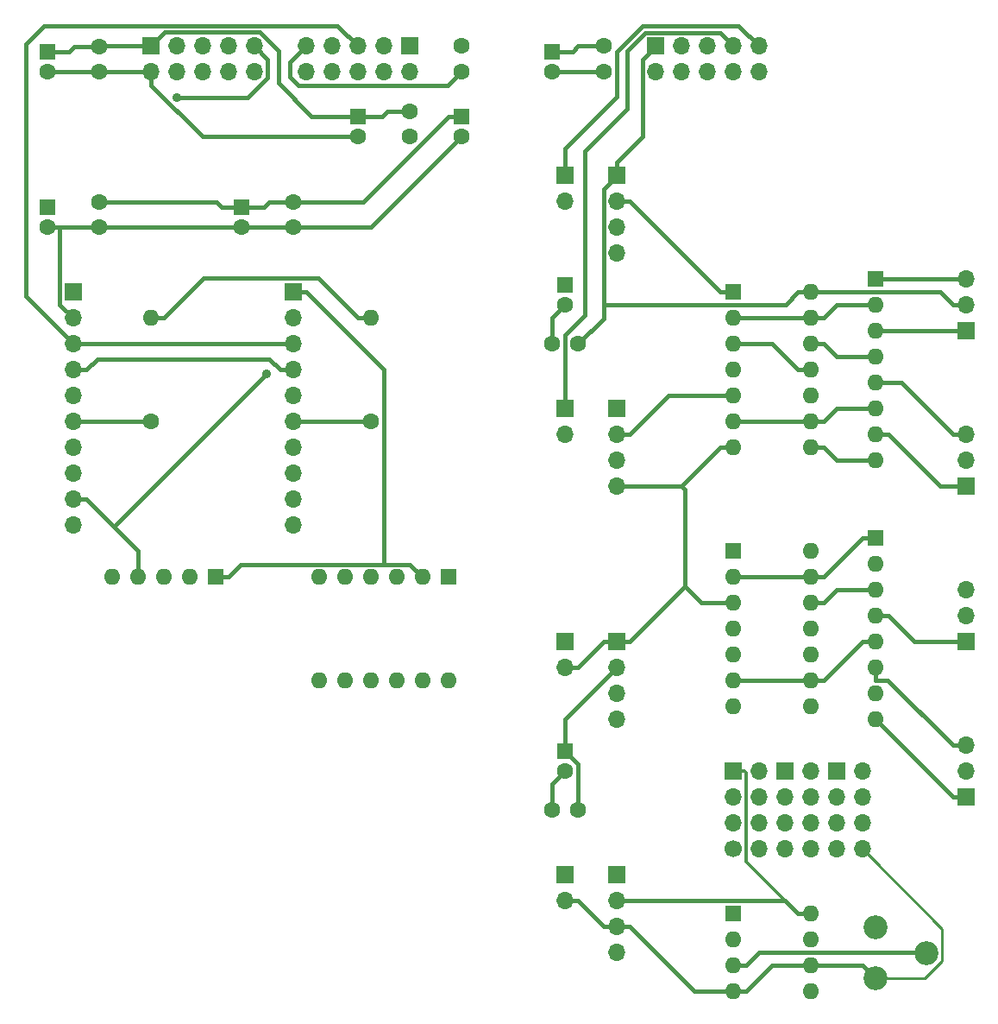
<source format=gbl>
G04 #@! TF.FileFunction,Copper,L2,Bot,Signal*
%FSLAX46Y46*%
G04 Gerber Fmt 4.6, Leading zero omitted, Abs format (unit mm)*
G04 Created by KiCad (PCBNEW 4.0.7) date 11/14/17 22:07:01*
%MOMM*%
%LPD*%
G01*
G04 APERTURE LIST*
%ADD10C,0.100000*%
%ADD11R,1.700000X1.700000*%
%ADD12O,1.700000X1.700000*%
%ADD13R,1.600000X1.600000*%
%ADD14C,1.600000*%
%ADD15O,1.600000X1.600000*%
%ADD16C,2.340000*%
%ADD17C,1.700000*%
%ADD18C,0.889000*%
%ADD19C,0.254000*%
%ADD20C,0.381000*%
%ADD21C,0.304800*%
G04 APERTURE END LIST*
D10*
D11*
X219710000Y-53340000D03*
D12*
X219710000Y-55880000D03*
X222250000Y-53340000D03*
X222250000Y-55880000D03*
X224790000Y-53340000D03*
X224790000Y-55880000D03*
X227330000Y-53340000D03*
X227330000Y-55880000D03*
X229870000Y-53340000D03*
X229870000Y-55880000D03*
D13*
X190500000Y-60230000D03*
D14*
X190500000Y-62230000D03*
D13*
X200660000Y-60230000D03*
D14*
X200660000Y-62230000D03*
X195580000Y-62230000D03*
X195580000Y-59730000D03*
X200660000Y-55840000D03*
X200660000Y-53340000D03*
D13*
X160020000Y-53880000D03*
D14*
X160020000Y-55880000D03*
X165100000Y-55880000D03*
X165100000Y-53380000D03*
D13*
X179070000Y-69120000D03*
D14*
X179070000Y-71120000D03*
X184150000Y-71120000D03*
X184150000Y-68620000D03*
D13*
X210820000Y-122460000D03*
D14*
X210820000Y-124460000D03*
X209590000Y-128270000D03*
X212090000Y-128270000D03*
D13*
X210820000Y-76740000D03*
D14*
X210820000Y-78740000D03*
X209590000Y-82550000D03*
X212090000Y-82550000D03*
D13*
X209550000Y-53880000D03*
D14*
X209550000Y-55880000D03*
X214630000Y-55840000D03*
X214630000Y-53340000D03*
D13*
X160020000Y-69120000D03*
D14*
X160020000Y-71120000D03*
X165100000Y-71120000D03*
X165100000Y-68620000D03*
D11*
X195580000Y-53340000D03*
D12*
X195580000Y-55880000D03*
X193040000Y-53340000D03*
X193040000Y-55880000D03*
X190500000Y-53340000D03*
X190500000Y-55880000D03*
X187960000Y-53340000D03*
X187960000Y-55880000D03*
X185420000Y-53340000D03*
X185420000Y-55880000D03*
D11*
X210820000Y-66040000D03*
D12*
X210820000Y-68580000D03*
D11*
X210820000Y-88900000D03*
D12*
X210820000Y-91440000D03*
D11*
X210820000Y-134620000D03*
D12*
X210820000Y-137160000D03*
D11*
X210820000Y-111760000D03*
D12*
X210820000Y-114300000D03*
D14*
X170180000Y-90170000D03*
D15*
X170180000Y-80010000D03*
D14*
X191770000Y-90170000D03*
D15*
X191770000Y-80010000D03*
D13*
X176530000Y-105410000D03*
D15*
X173990000Y-105410000D03*
X171450000Y-105410000D03*
X168910000Y-105410000D03*
X166370000Y-105410000D03*
D16*
X241300000Y-144780000D03*
X246300000Y-142280000D03*
X241300000Y-139780000D03*
D11*
X215900000Y-66040000D03*
D12*
X215900000Y-68580000D03*
X215900000Y-71120000D03*
X215900000Y-73660000D03*
D11*
X215900000Y-88900000D03*
D12*
X215900000Y-91440000D03*
X215900000Y-93980000D03*
X215900000Y-96520000D03*
D11*
X215900000Y-134620000D03*
D12*
X215900000Y-137160000D03*
X215900000Y-139700000D03*
X215900000Y-142240000D03*
D11*
X215900000Y-111760000D03*
D12*
X215900000Y-114300000D03*
X215900000Y-116840000D03*
X215900000Y-119380000D03*
D13*
X227330000Y-77470000D03*
D15*
X234950000Y-92710000D03*
X227330000Y-80010000D03*
X234950000Y-90170000D03*
X227330000Y-82550000D03*
X234950000Y-87630000D03*
X227330000Y-85090000D03*
X234950000Y-85090000D03*
X227330000Y-87630000D03*
X234950000Y-82550000D03*
X227330000Y-90170000D03*
X234950000Y-80010000D03*
X227330000Y-92710000D03*
X234950000Y-77470000D03*
D13*
X227330000Y-102870000D03*
D15*
X234950000Y-118110000D03*
X227330000Y-105410000D03*
X234950000Y-115570000D03*
X227330000Y-107950000D03*
X234950000Y-113030000D03*
X227330000Y-110490000D03*
X234950000Y-110490000D03*
X227330000Y-113030000D03*
X234950000Y-107950000D03*
X227330000Y-115570000D03*
X234950000Y-105410000D03*
X227330000Y-118110000D03*
X234950000Y-102870000D03*
D11*
X250190000Y-96520000D03*
D12*
X250190000Y-93980000D03*
X250190000Y-91440000D03*
D11*
X250190000Y-111760000D03*
D12*
X250190000Y-109220000D03*
X250190000Y-106680000D03*
D11*
X250190000Y-127000000D03*
D12*
X250190000Y-124460000D03*
X250190000Y-121920000D03*
D13*
X227330000Y-138430000D03*
D15*
X234950000Y-146050000D03*
X227330000Y-140970000D03*
X234950000Y-143510000D03*
X227330000Y-143510000D03*
X234950000Y-140970000D03*
X227330000Y-146050000D03*
X234950000Y-138430000D03*
D11*
X162560000Y-77470000D03*
D12*
X162560000Y-80010000D03*
X162560000Y-82550000D03*
X162560000Y-85090000D03*
X162560000Y-87630000D03*
X162560000Y-90170000D03*
X162560000Y-92710000D03*
X162560000Y-95250000D03*
X162560000Y-97790000D03*
X162560000Y-100330000D03*
D11*
X184150000Y-77470000D03*
D12*
X184150000Y-80010000D03*
X184150000Y-82550000D03*
X184150000Y-85090000D03*
X184150000Y-87630000D03*
X184150000Y-90170000D03*
X184150000Y-92710000D03*
X184150000Y-95250000D03*
X184150000Y-97790000D03*
X184150000Y-100330000D03*
D13*
X199390000Y-105410000D03*
D15*
X186690000Y-115570000D03*
X196850000Y-105410000D03*
X189230000Y-115570000D03*
X194310000Y-105410000D03*
X191770000Y-115570000D03*
X191770000Y-105410000D03*
X194310000Y-115570000D03*
X189230000Y-105410000D03*
X196850000Y-115570000D03*
X186690000Y-105410000D03*
X199390000Y-115570000D03*
D11*
X170180000Y-53340000D03*
D12*
X170180000Y-55880000D03*
X172720000Y-53340000D03*
X172720000Y-55880000D03*
X175260000Y-53340000D03*
X175260000Y-55880000D03*
X177800000Y-53340000D03*
X177800000Y-55880000D03*
X180340000Y-53340000D03*
X180340000Y-55880000D03*
D13*
X241300000Y-76200000D03*
D15*
X241300000Y-78740000D03*
X241300000Y-81280000D03*
X241300000Y-83820000D03*
X241300000Y-86360000D03*
X241300000Y-88900000D03*
X241300000Y-91440000D03*
X241300000Y-93980000D03*
D13*
X241300000Y-101600000D03*
D15*
X241300000Y-104140000D03*
X241300000Y-106680000D03*
X241300000Y-109220000D03*
X241300000Y-111760000D03*
X241300000Y-114300000D03*
X241300000Y-116840000D03*
X241300000Y-119380000D03*
D11*
X250190000Y-81280000D03*
D12*
X250190000Y-78740000D03*
X250190000Y-76200000D03*
D11*
X227330000Y-124460000D03*
D12*
X229870000Y-124460000D03*
X227330000Y-127000000D03*
X229870000Y-127000000D03*
X227330000Y-129540000D03*
X229870000Y-129540000D03*
D17*
X227330000Y-132080000D03*
D12*
X229870000Y-132080000D03*
D11*
X232410000Y-124460000D03*
D12*
X234950000Y-124460000D03*
X232410000Y-127000000D03*
X234950000Y-127000000D03*
X232410000Y-129540000D03*
X234950000Y-129540000D03*
X232410000Y-132080000D03*
X234950000Y-132080000D03*
D11*
X237490000Y-124460000D03*
D12*
X240030000Y-124460000D03*
X237490000Y-127000000D03*
X240030000Y-127000000D03*
X237490000Y-129540000D03*
X240030000Y-129540000D03*
X237490000Y-132080000D03*
X240030000Y-132080000D03*
D18*
X181537000Y-85473500D03*
X172703500Y-58424700D03*
D19*
X241300000Y-144780000D02*
X246095482Y-144780000D01*
X246095482Y-144780000D02*
X247851001Y-143024481D01*
X247851001Y-143024481D02*
X247851001Y-139901001D01*
X247851001Y-139901001D02*
X240879999Y-132929999D01*
X240879999Y-132929999D02*
X240030000Y-132080000D01*
D20*
X231165200Y-82550000D02*
X227330000Y-82550000D01*
X233705200Y-85090000D02*
X231165200Y-82550000D01*
X234950000Y-85090000D02*
X233705200Y-85090000D01*
X212114800Y-114250400D02*
X212114800Y-114300000D01*
X214605200Y-111760000D02*
X212114800Y-114250400D01*
X210820000Y-114300000D02*
X212114800Y-114300000D01*
X214605200Y-139650400D02*
X212114800Y-137160000D01*
X214605200Y-139700000D02*
X214605200Y-139650400D01*
X210820000Y-137160000D02*
X212114800Y-137160000D01*
X215900000Y-139700000D02*
X214605200Y-139700000D01*
X215900000Y-139700000D02*
X217194800Y-139700000D01*
X209590000Y-79970000D02*
X210820000Y-78740000D01*
X209590000Y-82550000D02*
X209590000Y-79970000D01*
X209590000Y-125690000D02*
X210820000Y-124460000D01*
X209590000Y-128270000D02*
X209590000Y-125690000D01*
X209590000Y-55840000D02*
X209550000Y-55880000D01*
X214630000Y-55840000D02*
X209590000Y-55840000D01*
X196103300Y-62230000D02*
X195580000Y-62230000D01*
X170180000Y-55880000D02*
X165100000Y-55880000D01*
X165100000Y-55880000D02*
X160020000Y-55880000D01*
X175235200Y-62230000D02*
X170180000Y-57174800D01*
X190500000Y-62230000D02*
X175235200Y-62230000D01*
X170180000Y-55880000D02*
X170180000Y-57174800D01*
X223544800Y-146050000D02*
X227330000Y-146050000D01*
X217194800Y-139700000D02*
X223544800Y-146050000D01*
X227330000Y-146050000D02*
X228574800Y-146050000D01*
X231114800Y-143510000D02*
X234950000Y-143510000D01*
X228574800Y-146050000D02*
X231114800Y-143510000D01*
X240030000Y-143510000D02*
X241300000Y-144780000D01*
X234950000Y-143510000D02*
X240030000Y-143510000D01*
X215320900Y-111760000D02*
X214605200Y-111760000D01*
X215320900Y-111760000D02*
X215900000Y-111760000D01*
X227330000Y-107950000D02*
X226244100Y-107950000D01*
X215900000Y-111760000D02*
X217194800Y-111760000D01*
X227330000Y-92710000D02*
X226085200Y-92710000D01*
X215900000Y-96520000D02*
X222275200Y-96520000D01*
X222275200Y-96520000D02*
X226085200Y-92710000D01*
X222598600Y-96843400D02*
X222275200Y-96520000D01*
X222598600Y-106356200D02*
X222598600Y-96843400D01*
X224192400Y-107950000D02*
X222598600Y-106356200D01*
X226244100Y-107950000D02*
X224192400Y-107950000D01*
X222598600Y-106356200D02*
X217194800Y-111760000D01*
X165100000Y-53380000D02*
X162670952Y-53380000D01*
X162670952Y-53380000D02*
X162170952Y-53880000D01*
X162170952Y-53880000D02*
X160020000Y-53880000D01*
X214630000Y-53340000D02*
X212105204Y-53340000D01*
X212105204Y-53340000D02*
X211565204Y-53880000D01*
X211565204Y-53880000D02*
X209550000Y-53880000D01*
X170180000Y-53340000D02*
X171520700Y-51999300D01*
X171520700Y-51999300D02*
X180857500Y-51999300D01*
X180857500Y-51999300D02*
X182710609Y-53852409D01*
X182710609Y-53852409D02*
X182710609Y-56988119D01*
X182710609Y-56988119D02*
X185952490Y-60230000D01*
X185952490Y-60230000D02*
X190500000Y-60230000D01*
X195580000Y-59730000D02*
X193352403Y-59730000D01*
X193352403Y-59730000D02*
X192852403Y-60230000D01*
X192852403Y-60230000D02*
X190500000Y-60230000D01*
D21*
X228613047Y-132683625D02*
X228613047Y-133338422D01*
X228613047Y-133338422D02*
X232434625Y-137160000D01*
X232434625Y-137160000D02*
X232435200Y-137160000D01*
X227330000Y-124460000D02*
X228434000Y-124460000D01*
X228434000Y-124460000D02*
X228613599Y-124639599D01*
X228613599Y-124639599D02*
X228613599Y-131476927D01*
X228613599Y-131476927D02*
X228613599Y-132683073D01*
D20*
X250190000Y-78740000D02*
X248895200Y-78740000D01*
X210820000Y-119380000D02*
X210820000Y-122460000D01*
X215900000Y-114300000D02*
X210820000Y-119380000D01*
X232435200Y-137160000D02*
X215900000Y-137160000D01*
X233705200Y-138430000D02*
X232435200Y-137160000D01*
X234950000Y-138430000D02*
X233705200Y-138430000D01*
X212090000Y-123730000D02*
X210820000Y-122460000D01*
X212090000Y-128270000D02*
X212090000Y-123730000D01*
X247625200Y-77470000D02*
X234950000Y-77470000D01*
X248895200Y-78740000D02*
X247625200Y-77470000D01*
X232460300Y-78714900D02*
X214605100Y-78714900D01*
X233705200Y-77470000D02*
X232460300Y-78714900D01*
X214605100Y-67334900D02*
X214605100Y-78714900D01*
X215900000Y-66040000D02*
X214605100Y-67334900D01*
X214605100Y-80034900D02*
X212090000Y-82550000D01*
X214605100Y-78714900D02*
X214605100Y-80034900D01*
X234950000Y-77470000D02*
X233705200Y-77470000D01*
X218415200Y-62230000D02*
X215900000Y-64745200D01*
X218415200Y-54634800D02*
X218415200Y-62230000D01*
X219710000Y-53340000D02*
X218415200Y-54634800D01*
X215900000Y-66040000D02*
X215900000Y-64745200D01*
X165140000Y-53340000D02*
X165100000Y-53380000D01*
X170180000Y-53340000D02*
X165140000Y-53340000D01*
X162560000Y-97790000D02*
X163854800Y-97790000D01*
X168910000Y-105410000D02*
X168910000Y-104165200D01*
X166537700Y-100472800D02*
X181537000Y-85473500D01*
X163854800Y-97790000D02*
X166537700Y-100472800D01*
X168910000Y-102845200D02*
X168910000Y-104165200D01*
X166537700Y-100472800D02*
X168910000Y-102845200D01*
X179643200Y-58424700D02*
X172703500Y-58424700D01*
X181645100Y-56422800D02*
X179643200Y-58424700D01*
X181645100Y-54645100D02*
X181645100Y-56422800D01*
X180340000Y-53340000D02*
X181645100Y-54645100D01*
X210820000Y-88900000D02*
X210820000Y-87605200D01*
X226035100Y-52045100D02*
X227330000Y-53340000D01*
X218667400Y-52045100D02*
X226035100Y-52045100D01*
X216898600Y-53813900D02*
X218667400Y-52045100D01*
X216898600Y-59483300D02*
X216898600Y-53813900D01*
X212750200Y-63631700D02*
X216898600Y-59483300D01*
X212750200Y-79738100D02*
X212750200Y-63631700D01*
X210840000Y-81648300D02*
X212750200Y-79738100D01*
X210840000Y-87585200D02*
X210840000Y-81648300D01*
X210820000Y-87605200D02*
X210840000Y-87585200D01*
X227883700Y-51353700D02*
X229870000Y-53340000D01*
X218407000Y-51353700D02*
X227883700Y-51353700D01*
X215874900Y-53885800D02*
X218407000Y-51353700D01*
X215874900Y-58299800D02*
X215874900Y-53885800D01*
X210820000Y-63354700D02*
X215874900Y-58299800D01*
X210820000Y-66040000D02*
X210820000Y-63354700D01*
X196850000Y-105410000D02*
X195605200Y-104165200D01*
X195605200Y-104165200D02*
X193032000Y-104165200D01*
X165100000Y-68620000D02*
X176606752Y-68620000D01*
X176606752Y-68620000D02*
X177106752Y-69120000D01*
X177106752Y-69120000D02*
X179070000Y-69120000D01*
X184150000Y-68620000D02*
X181798214Y-68620000D01*
X181798214Y-68620000D02*
X181298214Y-69120000D01*
X181298214Y-69120000D02*
X179070000Y-69120000D01*
X176530000Y-105410000D02*
X177774800Y-105410000D01*
X184150000Y-77470000D02*
X185444800Y-77470000D01*
X193032000Y-85057200D02*
X193032000Y-104165200D01*
X185444800Y-77470000D02*
X193032000Y-85057200D01*
X179019600Y-104165200D02*
X177774800Y-105410000D01*
X193032000Y-104165200D02*
X179019600Y-104165200D01*
X200660000Y-60230000D02*
X199415200Y-60230000D01*
X191025200Y-68620000D02*
X184150000Y-68620000D01*
X199415200Y-60230000D02*
X191025200Y-68620000D01*
X200660000Y-55840000D02*
X199310500Y-57189500D01*
X199310500Y-57189500D02*
X184628996Y-57189500D01*
X184628996Y-57189500D02*
X183806570Y-56367074D01*
X183806570Y-56367074D02*
X183806570Y-54953430D01*
X183806570Y-54953430D02*
X185420000Y-53340000D01*
X179070000Y-71120000D02*
X165100000Y-71120000D01*
X191770000Y-71120000D02*
X184150000Y-71120000D01*
X200660000Y-62230000D02*
X191770000Y-71120000D01*
X184150000Y-71120000D02*
X179070000Y-71120000D01*
X161241100Y-78691100D02*
X162560000Y-80010000D01*
X161241100Y-71120000D02*
X161241100Y-78691100D01*
X165100000Y-71120000D02*
X161241100Y-71120000D01*
X161241100Y-71120000D02*
X160020000Y-71120000D01*
X184150000Y-85090000D02*
X182855200Y-85090000D01*
X164894645Y-84050155D02*
X163854800Y-85090000D01*
X182855200Y-85090000D02*
X181815355Y-84050155D01*
X181815355Y-84050155D02*
X164894645Y-84050155D01*
X163854800Y-85090000D02*
X162560000Y-85090000D01*
X162560000Y-82550000D02*
X157891358Y-77881358D01*
X157891358Y-77881358D02*
X157891358Y-53171440D01*
X157891358Y-53171440D02*
X159709098Y-51353700D01*
X159709098Y-51353700D02*
X188513700Y-51353700D01*
X188513700Y-51353700D02*
X190500000Y-53340000D01*
X184150000Y-82550000D02*
X162560000Y-82550000D01*
X175307400Y-76127400D02*
X171424800Y-80010000D01*
X186642600Y-76127400D02*
X175307400Y-76127400D01*
X190525200Y-80010000D02*
X186642600Y-76127400D01*
X191770000Y-80010000D02*
X190525200Y-80010000D01*
X170180000Y-80010000D02*
X171424800Y-80010000D01*
X162560000Y-90170000D02*
X170180000Y-90170000D01*
X184150000Y-90170000D02*
X191770000Y-90170000D01*
X246260000Y-142240000D02*
X246300000Y-142280000D01*
X229844800Y-142240000D02*
X246260000Y-142240000D01*
X228574800Y-143510000D02*
X229844800Y-142240000D01*
X227330000Y-143510000D02*
X228574800Y-143510000D01*
X226084800Y-77470000D02*
X217194800Y-68580000D01*
X227330000Y-77470000D02*
X226084800Y-77470000D01*
X215900000Y-68580000D02*
X217194800Y-68580000D01*
X221004800Y-87630000D02*
X217194800Y-91440000D01*
X227330000Y-87630000D02*
X221004800Y-87630000D01*
X215900000Y-91440000D02*
X217194800Y-91440000D01*
X250190000Y-76200000D02*
X241300000Y-76200000D01*
X234950000Y-80010000D02*
X227330000Y-80010000D01*
X237464800Y-78740000D02*
X236194800Y-80010000D01*
X241300000Y-78740000D02*
X237464800Y-78740000D01*
X234950000Y-80010000D02*
X236194800Y-80010000D01*
X250190000Y-81280000D02*
X241300000Y-81280000D01*
X237464800Y-83820000D02*
X236194800Y-82550000D01*
X241300000Y-83820000D02*
X237464800Y-83820000D01*
X234950000Y-82550000D02*
X236194800Y-82550000D01*
X243815200Y-86360000D02*
X248895200Y-91440000D01*
X241300000Y-86360000D02*
X243815200Y-86360000D01*
X250190000Y-91440000D02*
X248895200Y-91440000D01*
X237464800Y-88900000D02*
X236194800Y-90170000D01*
X241300000Y-88900000D02*
X237464800Y-88900000D01*
X234950000Y-90170000D02*
X236194800Y-90170000D01*
X227330000Y-90170000D02*
X234950000Y-90170000D01*
X247624800Y-96520000D02*
X250190000Y-96520000D01*
X242544800Y-91440000D02*
X247624800Y-96520000D01*
X241300000Y-91440000D02*
X242544800Y-91440000D01*
X237464800Y-93980000D02*
X236194800Y-92710000D01*
X241300000Y-93980000D02*
X237464800Y-93980000D01*
X234950000Y-92710000D02*
X236194800Y-92710000D01*
X241300000Y-101600000D02*
X240055200Y-101600000D01*
X236245200Y-105410000D02*
X234950000Y-105410000D01*
X240055200Y-101600000D02*
X236245200Y-105410000D01*
X234950000Y-105410000D02*
X227330000Y-105410000D01*
X237464800Y-106680000D02*
X236194800Y-107950000D01*
X241300000Y-106680000D02*
X237464800Y-106680000D01*
X234950000Y-107950000D02*
X236194800Y-107950000D01*
X245084800Y-111760000D02*
X250190000Y-111760000D01*
X242544800Y-109220000D02*
X245084800Y-111760000D01*
X241300000Y-109220000D02*
X242544800Y-109220000D01*
X236245200Y-115570000D02*
X234950000Y-115570000D01*
X240055200Y-111760000D02*
X236245200Y-115570000D01*
X241300000Y-111760000D02*
X240055200Y-111760000D01*
X227330000Y-115570000D02*
X234950000Y-115570000D01*
X242520000Y-115544800D02*
X248895200Y-121920000D01*
X241300000Y-115544800D02*
X242520000Y-115544800D01*
X250190000Y-121920000D02*
X248895200Y-121920000D01*
X241300000Y-114300000D02*
X241300000Y-115544800D01*
X250190000Y-127000000D02*
X248926389Y-127000000D01*
X248926389Y-127000000D02*
X241306389Y-119380000D01*
X241306389Y-119380000D02*
X241300000Y-119380000D01*
M02*

</source>
